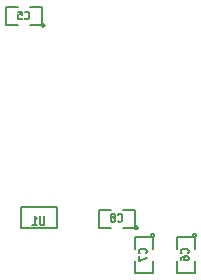
<source format=gbo>
G04 (created by PCBNEW-RS274X (2011-nov-12)-testing) date Wed 25 Jan 2012 09:16:58 PM EST*
G01*
G70*
G90*
%MOIN*%
G04 Gerber Fmt 3.4, Leading zero omitted, Abs format*
%FSLAX34Y34*%
G04 APERTURE LIST*
%ADD10C,0.006000*%
%ADD11C,0.005000*%
G04 APERTURE END LIST*
G54D10*
G54D11*
X20300Y17650D02*
X20299Y17641D01*
X20296Y17631D01*
X20291Y17623D01*
X20285Y17615D01*
X20277Y17609D01*
X20269Y17604D01*
X20260Y17602D01*
X20250Y17601D01*
X20241Y17601D01*
X20232Y17604D01*
X20223Y17609D01*
X20216Y17615D01*
X20209Y17622D01*
X20205Y17631D01*
X20202Y17640D01*
X20201Y17650D01*
X20201Y17659D01*
X20204Y17668D01*
X20208Y17677D01*
X20215Y17684D01*
X20222Y17691D01*
X20230Y17695D01*
X20240Y17698D01*
X20249Y17699D01*
X20258Y17699D01*
X20268Y17696D01*
X20276Y17692D01*
X20284Y17686D01*
X20290Y17678D01*
X20295Y17670D01*
X20298Y17661D01*
X20299Y17651D01*
X20300Y17650D01*
X19800Y17650D02*
X20200Y17650D01*
X20200Y17650D02*
X20200Y18250D01*
X20200Y18250D02*
X19800Y18250D01*
X19400Y18250D02*
X19000Y18250D01*
X19000Y18250D02*
X19000Y17650D01*
X19000Y17650D02*
X19400Y17650D01*
X20700Y10900D02*
X20700Y11600D01*
X20700Y11600D02*
X19500Y11600D01*
X19500Y11600D02*
X19500Y10900D01*
X19500Y10900D02*
X20700Y10900D01*
X25350Y10650D02*
X25349Y10641D01*
X25346Y10631D01*
X25341Y10623D01*
X25335Y10615D01*
X25327Y10609D01*
X25319Y10604D01*
X25310Y10602D01*
X25300Y10601D01*
X25291Y10601D01*
X25282Y10604D01*
X25273Y10609D01*
X25266Y10615D01*
X25259Y10622D01*
X25255Y10631D01*
X25252Y10640D01*
X25251Y10650D01*
X25251Y10659D01*
X25254Y10668D01*
X25258Y10677D01*
X25265Y10684D01*
X25272Y10691D01*
X25280Y10695D01*
X25290Y10698D01*
X25299Y10699D01*
X25308Y10699D01*
X25318Y10696D01*
X25326Y10692D01*
X25334Y10686D01*
X25340Y10678D01*
X25345Y10670D01*
X25348Y10661D01*
X25349Y10651D01*
X25350Y10650D01*
X25300Y10200D02*
X25300Y10600D01*
X25300Y10600D02*
X24700Y10600D01*
X24700Y10600D02*
X24700Y10200D01*
X24700Y09800D02*
X24700Y09400D01*
X24700Y09400D02*
X25300Y09400D01*
X25300Y09400D02*
X25300Y09800D01*
X23950Y10650D02*
X23949Y10641D01*
X23946Y10631D01*
X23941Y10623D01*
X23935Y10615D01*
X23927Y10609D01*
X23919Y10604D01*
X23910Y10602D01*
X23900Y10601D01*
X23891Y10601D01*
X23882Y10604D01*
X23873Y10609D01*
X23866Y10615D01*
X23859Y10622D01*
X23855Y10631D01*
X23852Y10640D01*
X23851Y10650D01*
X23851Y10659D01*
X23854Y10668D01*
X23858Y10677D01*
X23865Y10684D01*
X23872Y10691D01*
X23880Y10695D01*
X23890Y10698D01*
X23899Y10699D01*
X23908Y10699D01*
X23918Y10696D01*
X23926Y10692D01*
X23934Y10686D01*
X23940Y10678D01*
X23945Y10670D01*
X23948Y10661D01*
X23949Y10651D01*
X23950Y10650D01*
X23900Y10200D02*
X23900Y10600D01*
X23900Y10600D02*
X23300Y10600D01*
X23300Y10600D02*
X23300Y10200D01*
X23300Y09800D02*
X23300Y09400D01*
X23300Y09400D02*
X23900Y09400D01*
X23900Y09400D02*
X23900Y09800D01*
X23400Y10900D02*
X23399Y10891D01*
X23396Y10881D01*
X23391Y10873D01*
X23385Y10865D01*
X23377Y10859D01*
X23369Y10854D01*
X23360Y10852D01*
X23350Y10851D01*
X23341Y10851D01*
X23332Y10854D01*
X23323Y10859D01*
X23316Y10865D01*
X23309Y10872D01*
X23305Y10881D01*
X23302Y10890D01*
X23301Y10900D01*
X23301Y10909D01*
X23304Y10918D01*
X23308Y10927D01*
X23315Y10934D01*
X23322Y10941D01*
X23330Y10945D01*
X23340Y10948D01*
X23349Y10949D01*
X23358Y10949D01*
X23368Y10946D01*
X23376Y10942D01*
X23384Y10936D01*
X23390Y10928D01*
X23395Y10920D01*
X23398Y10911D01*
X23399Y10901D01*
X23400Y10900D01*
X22900Y10900D02*
X23300Y10900D01*
X23300Y10900D02*
X23300Y11500D01*
X23300Y11500D02*
X22900Y11500D01*
X22500Y11500D02*
X22100Y11500D01*
X22100Y11500D02*
X22100Y10900D01*
X22100Y10900D02*
X22500Y10900D01*
X19642Y17873D02*
X19654Y17861D01*
X19689Y17849D01*
X19713Y17849D01*
X19749Y17861D01*
X19773Y17885D01*
X19784Y17908D01*
X19796Y17956D01*
X19796Y17992D01*
X19784Y18039D01*
X19773Y18063D01*
X19749Y18087D01*
X19713Y18099D01*
X19689Y18099D01*
X19654Y18087D01*
X19642Y18075D01*
X19415Y18099D02*
X19534Y18099D01*
X19546Y17980D01*
X19534Y17992D01*
X19511Y18004D01*
X19451Y18004D01*
X19427Y17992D01*
X19415Y17980D01*
X19404Y17956D01*
X19404Y17896D01*
X19415Y17873D01*
X19427Y17861D01*
X19451Y17849D01*
X19511Y17849D01*
X19534Y17861D01*
X19546Y17873D01*
X20290Y11279D02*
X20290Y11036D01*
X20279Y11007D01*
X20267Y10993D01*
X20243Y10979D01*
X20195Y10979D01*
X20171Y10993D01*
X20160Y11007D01*
X20148Y11036D01*
X20148Y11279D01*
X19898Y10979D02*
X20040Y10979D01*
X19969Y10979D02*
X19969Y11279D01*
X19993Y11236D01*
X20017Y11207D01*
X20040Y11193D01*
X25077Y10042D02*
X25089Y10054D01*
X25101Y10089D01*
X25101Y10113D01*
X25089Y10149D01*
X25065Y10173D01*
X25042Y10184D01*
X24994Y10196D01*
X24958Y10196D01*
X24911Y10184D01*
X24887Y10173D01*
X24863Y10149D01*
X24851Y10113D01*
X24851Y10089D01*
X24863Y10054D01*
X24875Y10042D01*
X24851Y09827D02*
X24851Y09875D01*
X24863Y09899D01*
X24875Y09911D01*
X24911Y09934D01*
X24958Y09946D01*
X25054Y09946D01*
X25077Y09934D01*
X25089Y09923D01*
X25101Y09899D01*
X25101Y09851D01*
X25089Y09827D01*
X25077Y09815D01*
X25054Y09804D01*
X24994Y09804D01*
X24970Y09815D01*
X24958Y09827D01*
X24946Y09851D01*
X24946Y09899D01*
X24958Y09923D01*
X24970Y09934D01*
X24994Y09946D01*
X23677Y10042D02*
X23689Y10054D01*
X23701Y10089D01*
X23701Y10113D01*
X23689Y10149D01*
X23665Y10173D01*
X23642Y10184D01*
X23594Y10196D01*
X23558Y10196D01*
X23511Y10184D01*
X23487Y10173D01*
X23463Y10149D01*
X23451Y10113D01*
X23451Y10089D01*
X23463Y10054D01*
X23475Y10042D01*
X23451Y09958D02*
X23451Y09792D01*
X23701Y09899D01*
X22742Y11123D02*
X22754Y11111D01*
X22789Y11099D01*
X22813Y11099D01*
X22849Y11111D01*
X22873Y11135D01*
X22884Y11158D01*
X22896Y11206D01*
X22896Y11242D01*
X22884Y11289D01*
X22873Y11313D01*
X22849Y11337D01*
X22813Y11349D01*
X22789Y11349D01*
X22754Y11337D01*
X22742Y11325D01*
X22599Y11242D02*
X22623Y11254D01*
X22634Y11265D01*
X22646Y11289D01*
X22646Y11301D01*
X22634Y11325D01*
X22623Y11337D01*
X22599Y11349D01*
X22551Y11349D01*
X22527Y11337D01*
X22515Y11325D01*
X22504Y11301D01*
X22504Y11289D01*
X22515Y11265D01*
X22527Y11254D01*
X22551Y11242D01*
X22599Y11242D01*
X22623Y11230D01*
X22634Y11218D01*
X22646Y11194D01*
X22646Y11146D01*
X22634Y11123D01*
X22623Y11111D01*
X22599Y11099D01*
X22551Y11099D01*
X22527Y11111D01*
X22515Y11123D01*
X22504Y11146D01*
X22504Y11194D01*
X22515Y11218D01*
X22527Y11230D01*
X22551Y11242D01*
M02*

</source>
